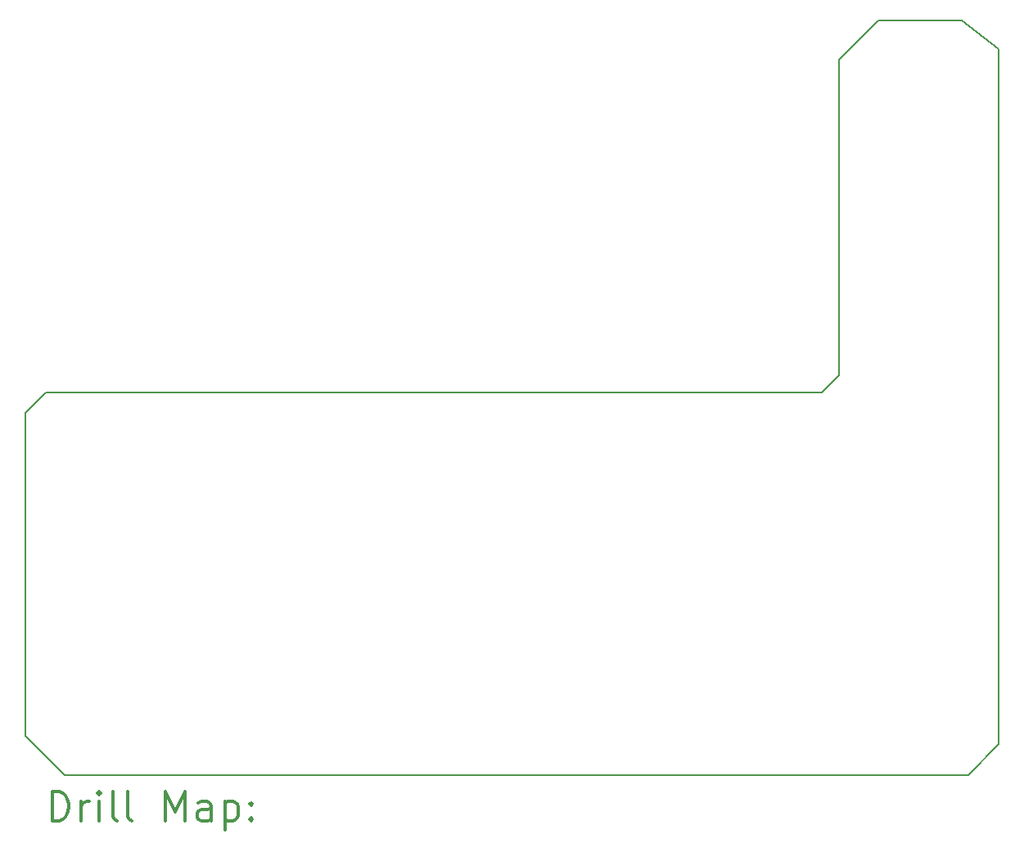
<source format=gbr>
%FSLAX45Y45*%
G04 Gerber Fmt 4.5, Leading zero omitted, Abs format (unit mm)*
G04 Created by KiCad (PCBNEW (5.1.10)-1) date 2024-12-13 18:52:23*
%MOMM*%
%LPD*%
G01*
G04 APERTURE LIST*
%TA.AperFunction,Profile*%
%ADD10C,0.150000*%
%TD*%
%ADD11C,0.200000*%
%ADD12C,0.300000*%
G04 APERTURE END LIST*
D10*
X18677564Y-4869535D02*
X17890164Y-4869535D01*
X18753764Y-4869535D02*
X18677564Y-4869535D01*
X19134764Y-5161635D02*
X18753764Y-4869535D01*
X19134764Y-12362535D02*
X19134764Y-5161635D01*
X18817264Y-12680035D02*
X19134764Y-12362535D01*
X9470064Y-12680035D02*
X18817264Y-12680035D01*
X9063664Y-12273635D02*
X9470064Y-12680035D01*
X9063663Y-8933535D02*
X9063664Y-12273635D01*
X9279564Y-8717635D02*
X9063663Y-8933535D01*
X17305964Y-8717635D02*
X9279564Y-8717635D01*
X17483763Y-8539835D02*
X17305964Y-8717635D01*
X17483763Y-5275935D02*
X17483763Y-8539835D01*
X17890164Y-4869535D02*
X17483763Y-5275935D01*
D11*
D12*
X9342592Y-13153249D02*
X9342592Y-12853249D01*
X9414020Y-12853249D01*
X9456878Y-12867535D01*
X9485449Y-12896106D01*
X9499735Y-12924678D01*
X9514020Y-12981821D01*
X9514020Y-13024678D01*
X9499735Y-13081821D01*
X9485449Y-13110392D01*
X9456878Y-13138963D01*
X9414020Y-13153249D01*
X9342592Y-13153249D01*
X9642592Y-13153249D02*
X9642592Y-12953249D01*
X9642592Y-13010392D02*
X9656878Y-12981821D01*
X9671163Y-12967535D01*
X9699735Y-12953249D01*
X9728306Y-12953249D01*
X9828306Y-13153249D02*
X9828306Y-12953249D01*
X9828306Y-12853249D02*
X9814020Y-12867535D01*
X9828306Y-12881821D01*
X9842592Y-12867535D01*
X9828306Y-12853249D01*
X9828306Y-12881821D01*
X10014020Y-13153249D02*
X9985449Y-13138963D01*
X9971163Y-13110392D01*
X9971163Y-12853249D01*
X10171163Y-13153249D02*
X10142592Y-13138963D01*
X10128306Y-13110392D01*
X10128306Y-12853249D01*
X10514020Y-13153249D02*
X10514020Y-12853249D01*
X10614020Y-13067535D01*
X10714020Y-12853249D01*
X10714020Y-13153249D01*
X10985449Y-13153249D02*
X10985449Y-12996106D01*
X10971163Y-12967535D01*
X10942592Y-12953249D01*
X10885449Y-12953249D01*
X10856878Y-12967535D01*
X10985449Y-13138963D02*
X10956878Y-13153249D01*
X10885449Y-13153249D01*
X10856878Y-13138963D01*
X10842592Y-13110392D01*
X10842592Y-13081821D01*
X10856878Y-13053249D01*
X10885449Y-13038963D01*
X10956878Y-13038963D01*
X10985449Y-13024678D01*
X11128306Y-12953249D02*
X11128306Y-13253249D01*
X11128306Y-12967535D02*
X11156878Y-12953249D01*
X11214020Y-12953249D01*
X11242592Y-12967535D01*
X11256877Y-12981821D01*
X11271163Y-13010392D01*
X11271163Y-13096106D01*
X11256877Y-13124678D01*
X11242592Y-13138963D01*
X11214020Y-13153249D01*
X11156878Y-13153249D01*
X11128306Y-13138963D01*
X11399735Y-13124678D02*
X11414020Y-13138963D01*
X11399735Y-13153249D01*
X11385449Y-13138963D01*
X11399735Y-13124678D01*
X11399735Y-13153249D01*
X11399735Y-12967535D02*
X11414020Y-12981821D01*
X11399735Y-12996106D01*
X11385449Y-12981821D01*
X11399735Y-12967535D01*
X11399735Y-12996106D01*
M02*

</source>
